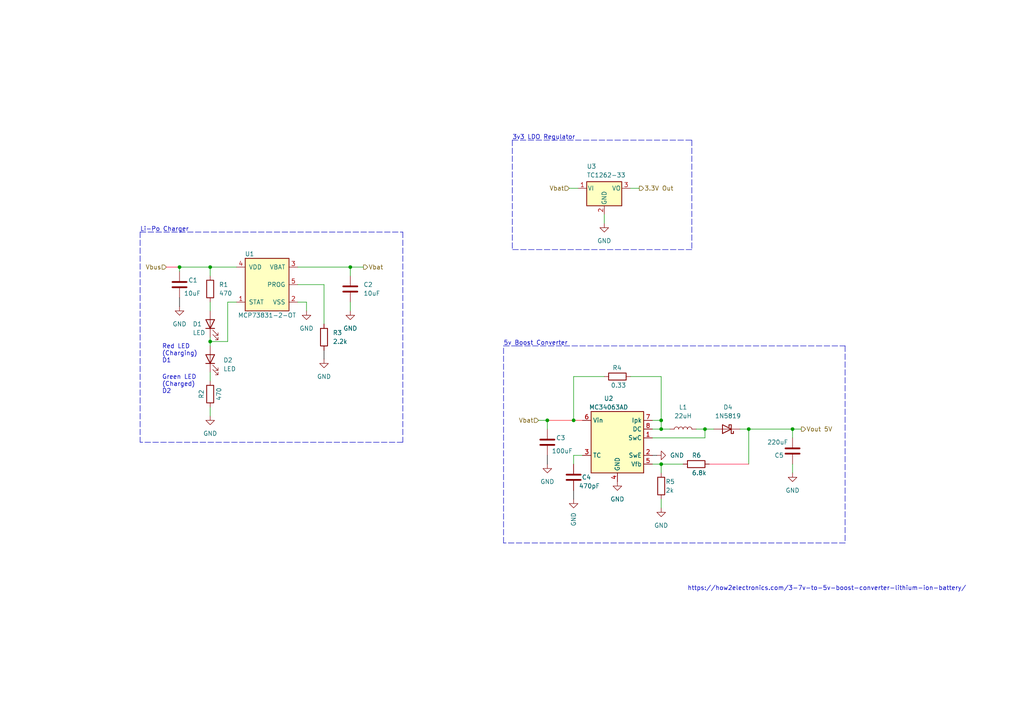
<source format=kicad_sch>
(kicad_sch (version 20211123) (generator eeschema)
  (paper "A4")
  (lib_symbols
    (symbol "Battery_Management:MCP73831-2-OT" (pin_names (offset 1.016))
      (property "Reference" "U1" (at 1.27 19.05 0))
      (property "Value" "MCP73831-2-OT" (at 8.89 16.51 0))
      (symbol "MCP73831-2-OT_0_1"
        (rectangle (start 0 15.24) (end 12.7 0) (stroke (width 0.254)) (fill (type background)))
      )
      (symbol "MCP73831-2-OT_1_1"
        (pin output line (at -2.54 2.54 0) (length 2.54) (name "STAT") (number "1"))
        (pin power_in line (at 15.24 2.54 180) (length 2.54) (name "VSS") (number "2"))
        (pin power_out line (at 15.24 12.7 180) (length 2.54) (name "VBAT") (number "3"))
        (pin power_in line (at -2.54 12.7 0) (length 2.54) (name "VDD") (number "4"))
        (pin input line (at 15.24 7.62 180) (length 2.54) (name "PROG") (number "5"))
      )
    )
    (symbol "Device:C" (pin_numbers hide) (pin_names (offset 0.254))
      (property "Reference" "C" (at 0.635 2.54 0))
      (property "Value" "C" (at 0.635 -2.54 0))
      (symbol "C_0_1"
        (polyline (pts (xy -2.032 -0.762) (xy 2.032 -0.762)) (stroke (width 0.508)))
        (polyline (pts (xy -2.032 0.762) (xy 2.032 0.762)) (stroke (width 0.508)))
      )
      (symbol "C_1_1"
        (pin passive line (at 0 3.81 270) (length 2.794) (name "~") (number "1"))
        (pin passive line (at 0 -3.81 90) (length 2.794) (name "~") (number "2"))
      )
    )
    (symbol "Device:L" (pin_numbers hide) (pin_names (offset 1.016) hide)
      (property "Reference" "L" (at -1.27 0 90))
      (property "Value" "L" (at 1.905 0 90))
      (symbol "L_0_1"
        (arc (start 0 -2.54) (mid 0.635 -1.905) (end 0 -1.27))
        (arc (start 0 -1.27) (mid 0.635 -0.635) (end 0 0))
        (arc (start 0 0) (mid 0.635 0.635) (end 0 1.27))
        (arc (start 0 1.27) (mid 0.635 1.905) (end 0 2.54))
      )
      (symbol "L_1_1"
        (pin passive line (at 0 3.81 270) (length 1.27) (name "1") (number "1"))
        (pin passive line (at 0 -3.81 90) (length 1.27) (name "2") (number "2"))
      )
    )
    (symbol "Device:LED" (pin_numbers hide) (pin_names (offset 1.016) hide)
      (property "Reference" "D" (at 0 2.54 0))
      (property "Value" "LED" (at 0 -2.54 0))
      (symbol "LED_0_1"
        (polyline (pts (xy -1.27 -1.27) (xy -1.27 1.27)) (stroke (width 0.254)))
        (polyline (pts (xy -1.27 0) (xy 1.27 0)))
        (polyline (pts (xy 1.27 -1.27) (xy 1.27 1.27) (xy -1.27 0) (xy 1.27 -1.27)) (stroke (width 0.254)))
        (polyline (pts (xy -3.048 -0.762) (xy -4.572 -2.286) (xy -3.81 -2.286) (xy -4.572 -2.286) (xy -4.572 -1.524)))
        (polyline (pts (xy -1.778 -0.762) (xy -3.302 -2.286) (xy -2.54 -2.286) (xy -3.302 -2.286) (xy -3.302 -1.524)))
      )
      (symbol "LED_1_1"
        (pin passive line (at -3.81 0 0) (length 2.54) (name "K") (number "1"))
        (pin passive line (at 3.81 0 180) (length 2.54) (name "A") (number "2"))
      )
    )
    (symbol "Device:R" (pin_numbers hide) (pin_names (offset 0))
      (property "Reference" "R" (at 2.032 0 90))
      (property "Value" "R" (at 0 0 90))
      (symbol "R_0_1"
        (rectangle (start -1.016 -2.54) (end 1.016 2.54) (stroke (width 0.254)))
      )
      (symbol "R_1_1"
        (pin passive line (at 0 3.81 270) (length 1.27) (name "~") (number "1"))
        (pin passive line (at 0 -3.81 90) (length 1.27) (name "~") (number "2"))
      )
    )
    (symbol "Diode:1N5819" (pin_numbers hide) (pin_names (offset 1.016) hide)
      (property "Reference" "D" (at 0 2.54 0))
      (property "Value" "1N5819" (at 0 -2.54 0))
      (symbol "1N5819_0_1"
        (polyline (pts (xy 1.27 0) (xy -1.27 0)))
        (polyline (pts (xy 1.27 1.27) (xy 1.27 -1.27) (xy -1.27 0) (xy 1.27 1.27)) (stroke (width 0.254)))
        (polyline (pts (xy -1.905 0.635) (xy -1.905 1.27) (xy -1.27 1.27) (xy -1.27 -1.27) (xy -0.635 -1.27) (xy -0.635 -0.635)) (stroke (width 0.254)))
      )
      (symbol "1N5819_1_1"
        (pin passive line (at -3.81 0 0) (length 2.54) (name "K") (number "1"))
        (pin passive line (at 3.81 0 180) (length 2.54) (name "A") (number "2"))
      )
    )
    (symbol "Regulator_Linear:TC1262-33" (pin_names (offset 0.254))
      (property "Reference" "U" (at -3.81 3.175 0))
      (property "Value" "TC1262-33" (at 0 3.175 0))
      (symbol "TC1262-33_1_1"
        (rectangle (start -5.08 1.905) (end 5.08 -5.08) (stroke (width 0.254)) (fill (type background)))
        (pin power_in line (at -7.62 0 0) (length 2.54) (name "VI") (number "1"))
        (pin power_in line (at 0 -7.62 90) (length 2.54) (name "GND") (number "2"))
        (pin power_out line (at 7.62 0 180) (length 2.54) (name "VO") (number "3"))
      )
    )
    (symbol "Regulator_Switching:MC34063AD"
      (property "Reference" "U" (at -7.62 8.89 0))
      (property "Value" "MC34063AD" (at 0 8.89 0))
      (symbol "MC34063AD_0_1"
        (rectangle (start -7.62 7.62) (end 7.62 -10.16) (stroke (width 0.254)) (fill (type background)))
      )
      (symbol "MC34063AD_1_1"
        (pin open_collector line (at 10.16 0 180) (length 2.54) (name "SwC") (number "1"))
        (pin open_emitter line (at 10.16 -5.08 180) (length 2.54) (name "SwE") (number "2"))
        (pin passive line (at -10.16 -5.08 0) (length 2.54) (name "TC") (number "3"))
        (pin power_in line (at 0 -12.7 90) (length 2.54) (name "GND") (number "4"))
        (pin input line (at 10.16 -7.62 180) (length 2.54) (name "Vfb") (number "5"))
        (pin power_in line (at -10.16 5.08 0) (length 2.54) (name "Vin") (number "6"))
        (pin input line (at 10.16 5.08 180) (length 2.54) (name "Ipk") (number "7"))
        (pin open_collector line (at 10.16 2.54 180) (length 2.54) (name "DC") (number "8"))
      )
    )
    (symbol "power:GND" (power) (pin_names (offset 0))
      (property "Value" "GND" (at 0 -3.81 0))
      (symbol "GND_0_1"
        (polyline (pts (xy 0 0) (xy 0 -1.27) (xy 1.27 -1.27) (xy 0 -2.54) (xy -1.27 -1.27) (xy 0 -1.27)))
      )
      (symbol "GND_1_1"
        (pin power_in line (at 0 0 270) (length 0) hide (name "GND") (number "1"))
      )
    )
  )
  (junction (at 60.96 77.47))
  (junction (at 158.75 121.92))
  (junction (at 191.77 124.46))
  (junction (at 101.6 77.47))
  (junction (at 191.77 121.92))
  (junction (at 217.17 124.46))
  (junction (at 204.47 124.46))
  (junction (at 191.77 134.62))
  (junction (at 166.37 121.92))
  (junction (at 60.96 99.06))
  (junction (at 229.87 124.46))
  (junction (at 52.07 77.47))
  (polyline (pts (xy 148.59 40.64) (xy 200.66 40.64)))
  (wire (pts (xy 217.17 124.46) (xy 229.87 124.46)))
  (wire (pts (xy 158.75 121.92) (xy 166.37 121.92)) (stroke (width 0) (color 255 26 33 1)))
  (wire (pts (xy 60.96 77.47) (xy 68.58 77.47)))
  (wire (pts (xy 165.1 54.61) (xy 167.64 54.61)))
  (wire (pts (xy 68.58 87.63) (xy 66.04 87.63)))
  (wire (pts (xy 86.36 87.63) (xy 88.9 87.63)))
  (wire (pts (xy 88.9 87.63) (xy 88.9 90.17)))
  (wire (pts (xy 191.77 134.62) (xy 198.12 134.62)))
  (wire (pts (xy 185.42 54.61) (xy 182.88 54.61)))
  (wire (pts (xy 201.93 124.46) (xy 204.47 124.46)))
  (wire (pts (xy 60.96 97.79) (xy 60.96 99.06)))
  (polyline (pts (xy 146.05 157.48) (xy 146.05 100.33)))
  (wire (pts (xy 189.23 132.08) (xy 190.5 132.08)) (stroke (width 0) (color 0 0 0 1)))
  (polyline (pts (xy 116.84 67.31) (xy 116.84 128.27)))
  (wire (pts (xy 60.96 120.65) (xy 60.96 118.11)))
  (wire (pts (xy 156.21 121.92) (xy 158.75 121.92)))
  (wire (pts (xy 191.77 109.22) (xy 182.88 109.22)))
  (wire (pts (xy 191.77 124.46) (xy 194.31 124.46)))
  (wire (pts (xy 232.41 124.46) (xy 229.87 124.46)))
  (wire (pts (xy 191.77 124.46) (xy 191.77 121.92)))
  (wire (pts (xy 204.47 124.46) (xy 207.01 124.46)))
  (wire (pts (xy 168.91 132.08) (xy 166.37 132.08)))
  (polyline (pts (xy 40.64 67.31) (xy 116.84 67.31)))
  (wire (pts (xy 101.6 77.47) (xy 105.41 77.47)))
  (wire (pts (xy 166.37 109.22) (xy 166.37 121.92)))
  (wire (pts (xy 101.6 90.17) (xy 101.6 87.63)))
  (wire (pts (xy 229.87 124.46) (xy 229.87 127)))
  (wire (pts (xy 60.96 87.63) (xy 60.96 90.17)))
  (wire (pts (xy 60.96 99.06) (xy 66.04 99.06)))
  (polyline (pts (xy 200.66 72.39) (xy 148.59 72.39)))
  (wire (pts (xy 191.77 134.62) (xy 189.23 134.62)))
  (wire (pts (xy 166.37 109.22) (xy 175.26 109.22)))
  (wire (pts (xy 166.37 132.08) (xy 166.37 134.62)))
  (wire (pts (xy 189.23 124.46) (xy 191.77 124.46)))
  (wire (pts (xy 60.96 77.47) (xy 60.96 80.01)))
  (wire (pts (xy 166.37 121.92) (xy 168.91 121.92)) (stroke (width 0) (color 255 26 33 1)))
  (wire (pts (xy 229.87 134.62) (xy 229.87 137.16)))
  (wire (pts (xy 189.23 127) (xy 204.47 127)))
  (wire (pts (xy 191.77 147.32) (xy 191.77 144.78)))
  (wire (pts (xy 93.98 82.55) (xy 93.98 93.98)))
  (wire (pts (xy 166.37 144.78) (xy 166.37 142.24)) (stroke (width 0) (color 0 0 0 1)))
  (polyline (pts (xy 149.86 100.33) (xy 245.11 100.33)))
  (wire (pts (xy 217.17 134.62) (xy 217.17 124.46)))
  (polyline (pts (xy 40.64 67.31) (xy 40.64 128.27)))
  (wire (pts (xy 66.04 87.63) (xy 66.04 99.06)))
  (wire (pts (xy 217.17 124.46) (xy 214.63 124.46)))
  (polyline (pts (xy 245.11 100.33) (xy 245.11 157.48)))
  (wire (pts (xy 205.74 134.62) (xy 217.17 134.62)) (stroke (width 0) (color 255 21 68 1)))
  (wire (pts (xy 60.96 99.06) (xy 60.96 100.33)))
  (wire (pts (xy 52.07 78.74) (xy 52.07 77.47)))
  (wire (pts (xy 158.75 132.08) (xy 158.75 134.62)) (stroke (width 0) (color 0 0 0 1)))
  (wire (pts (xy 52.07 77.47) (xy 60.96 77.47)))
  (wire (pts (xy 158.75 124.46) (xy 158.75 121.92)))
  (wire (pts (xy 189.23 121.92) (xy 191.77 121.92)))
  (wire (pts (xy 48.26 77.47) (xy 52.07 77.47)) (stroke (width 0) (color 255 0 52 1)))
  (wire (pts (xy 86.36 82.55) (xy 93.98 82.55)))
  (polyline (pts (xy 116.84 128.27) (xy 40.64 128.27)))
  (polyline (pts (xy 148.59 40.64) (xy 148.59 72.39)))
  (wire (pts (xy 175.26 64.77) (xy 175.26 62.23)))
  (wire (pts (xy 101.6 77.47) (xy 101.6 80.01)))
  (wire (pts (xy 93.98 101.6) (xy 93.98 104.14)) (stroke (width 0) (color 0 0 0 1)))
  (wire (pts (xy 191.77 137.16) (xy 191.77 134.62)))
  (wire (pts (xy 191.77 109.22) (xy 191.77 121.92)))
  (wire (pts (xy 52.07 86.36) (xy 52.07 88.9)) (stroke (width 0) (color 0 0 0 1)))
  (polyline (pts (xy 245.11 157.48) (xy 146.05 157.48)))
  (wire (pts (xy 86.36 77.47) (xy 101.6 77.47)))
  (wire (pts (xy 60.96 110.49) (xy 60.96 107.95)))
  (polyline (pts (xy 200.66 40.64) (xy 200.66 72.39)))
  (polyline (pts (xy 146.05 100.33) (xy 149.86 100.33)))
  (wire (pts (xy 204.47 127) (xy 204.47 124.46)))
  (text "Green LED\n(Charged)\nD2" (at 46.99 114.3 0) (effects (font (size 1.27 1.27)) (justify left bottom)))
  (text "https://how2electronics.com/3-7v-to-5v-boost-converter-lithium-ion-battery/" (at 199.39 171.45 0) (effects (font (size 1.27 1.27)) (justify left bottom)))
  (text "3v3 LDO Regulator\n" (at 148.59 40.64 0) (effects (font (size 1.27 1.27)) (justify left bottom)))
  (text "Red LED\n(Charging)\nD1" (at 46.99 105.41 0) (effects (font (size 1.27 1.27)) (justify left bottom)))
  (text "5v Boost Converter\n" (at 146.05 100.33 0) (effects (font (size 1.27 1.27)) (justify left bottom)))
  (text "Li-Po Charger" (at 40.64 67.31 0) (effects (font (size 1.27 1.27)) (justify left bottom)))
  (hierarchical_label "Vbat" (shape input) (at 156.21 121.92 180))
  (hierarchical_label "Vbat" (shape input) (at 165.1 54.61 180))
  (hierarchical_label "Vout 5V" (shape output) (at 232.41 124.46 0))
  (hierarchical_label "Vbus" (shape input) (at 48.26 77.47 180))
  (hierarchical_label "Vbat" (shape output) (at 105.41 77.47 0))
  (hierarchical_label "3.3V Out" (shape output) (at 185.42 54.61 0))
  (symbol (lib_id "power:GND") (at 60.96 120.65 0) (unit 1)
    (property "Reference" "#PWR02" (effects hide))
    (property "Value" "GND" (at 60.96 125.73 0))
  )
  (symbol (lib_id "Device:C") (at 101.6 83.82 0) (unit 1)
    (property "Reference" "C2" (at 105.41 82.5499 0) (effects (justify left)))
    (property "Value" "10uF" (at 105.41 85.0899 0) (effects (justify left)))
    (property "Footprint" "Capacitor_SMD:C_0603_1608Metric" (effects hide))
    (property "Digi-key" "445-181284-1-ND" (effects hide))
  )
  (symbol (lib_id "power:GND") (at 229.87 137.16 0) (unit 1)
    (property "Reference" "#PWR033" (effects hide))
    (property "Value" "GND" (at 229.87 142.24 0))
  )
  (symbol (lib_id "Device:C") (at 229.87 130.81 180) (unit 1) (in_bom no) (on_board no)
    (property "Reference" "C5" (at 227.33 132.08 0) (effects (justify left)))
    (property "Value" "220uF" (at 228.6 128.27 0) (effects (justify left)))
    (property "Footprint" "Capacitor_SMD:C_0603_1608Metric" (effects hide))
    (property "Digi-key" "490-GRM31CR60E227ME11KCT-ND" (effects hide))
  )
  (symbol (lib_id "Diode:1N5819") (at 210.82 124.46 180) (unit 1) (in_bom no) (on_board no)
    (property "Reference" "D4" (at 211.1375 118.11 0))
    (property "Value" "1N5819" (at 211.1375 120.65 0))
    (property "Footprint" "Diode_THT:D_DO-41_SOD81_P10.16mm_Horizontal" (effects hide))
    (property "Datasheet" "http://www.vishay.com/docs/88525/1n5817.pdf" (effects hide))
    (property "Digi-key" "497-6610-1-ND" (effects hide))
  )
  (symbol (lib_id "Device:C") (at 52.07 82.55 0) (unit 1)
    (property "Reference" "C1" (at 54.61 81.28 0) (effects (justify left)))
    (property "Value" "10uF" (at 53.34 85.09 0) (effects (justify left)))
    (property "Footprint" "Capacitor_SMD:C_0603_1608Metric" (effects hide))
    (property "Digi-key" "445-181284-1-ND" (effects hide))
  )
  (symbol (lib_id "power:GND") (at 158.75 134.62 0) (unit 1)
    (property "Reference" "#PWR027" (effects hide))
    (property "Value" "GND" (at 158.75 139.7 0))
  )
  (symbol (lib_id "Device:R") (at 191.77 140.97 0) (unit 1) (in_bom no) (on_board no)
    (property "Reference" "R5" (at 193.04 139.7 0) (effects (justify left)))
    (property "Value" "2k" (at 193.04 142.24 0) (effects (justify left)))
    (property "Footprint" "Resistor_SMD:R_0603_1608Metric" (effects hide))
    (property "Digi-key" "RSMF1JT2K00CT-ND" (effects hide))
  )
  (symbol (lib_id "Device:R") (at 179.07 109.22 90) (unit 1) (in_bom no) (on_board no)
    (property "Reference" "R4" (at 180.34 106.68 90) (effects (justify left)))
    (property "Value" "0.33" (at 181.61 111.76 90) (effects (justify left)))
    (property "Footprint" "Resistor_SMD:R_0603_1608Metric" (effects hide))
    (property "Digi-key" "A138069CT-ND" (effects hide))
  )
  (symbol (lib_id "Device:R") (at 93.98 97.79 0) (unit 1)
    (property "Reference" "R3" (at 96.52 96.5199 0) (effects (justify left)))
    (property "Value" "2.2k" (at 96.52 99.06 0) (effects (justify left)))
    (property "Footprint" "Resistor_SMD:R_0603_1608Metric" (effects hide))
    (property "Digi-key" "A105894CT-ND" (effects hide))
  )
  (symbol (lib_id "Regulator_Switching:MC34063AD") (at 179.07 127 0) (unit 1) (in_bom no) (on_board no)
    (property "Reference" "U2" (at 176.53 115.57 0))
    (property "Value" "MC34063AD" (at 176.53 118.11 0))
    (property "Footprint" "Package_SO:SOIC-8_3.9x4.9mm_P1.27mm" (effects hide))
    (property "Datasheet" "http://www.onsemi.com/pub_link/Collateral/MC34063A-D.PDF" (effects hide))
    (property "Digi-key" "497-7852-1-ND" (effects hide))
  )
  (symbol (lib_id "power:GND") (at 166.37 144.78 0) (unit 1)
    (property "Reference" "#PWR05" (effects hide))
    (property "Value" "GND" (at 166.3699 148.59 90) (effects (justify right)))
  )
  (symbol (lib_id "Device:R") (at 60.96 83.82 0) (unit 1)
    (property "Reference" "R1" (at 63.5 82.5499 0) (effects (justify left)))
    (property "Value" "470" (at 63.5 85.0899 0) (effects (justify left)))
    (property "Footprint" "Resistor_SMD:R_0603_1608Metric" (effects hide))
    (property "Digi-key" "A106019CT-ND" (effects hide))
  )
  (symbol (lib_id "Device:C") (at 166.37 138.43 180) (unit 1) (in_bom no) (on_board no)
    (property "Reference" "C4" (at 171.45 138.43 0) (effects (justify left)))
    (property "Value" "470pF" (at 173.99 140.97 0) (effects (justify left)))
    (property "Footprint" "Capacitor_SMD:C_0603_1608Metric" (effects hide))
    (property "Digi-key" "56-K471K15X7RH5TH5CT-ND" (effects hide))
  )
  (symbol (lib_id "Device:R") (at 60.96 114.3 180) (unit 1)
    (property "Reference" "R2" (at 58.42 114.3 90))
    (property "Value" "470" (at 63.5 114.3 90))
    (property "Footprint" "Resistor_SMD:R_0603_1608Metric" (effects hide))
    (property "Digi-key" "A106019CT-ND" (effects hide))
  )
  (symbol (lib_id "power:GND") (at 93.98 104.14 0) (unit 1)
    (property "Reference" "#PWR03" (effects hide))
    (property "Value" "GND" (at 93.98 109.22 0))
  )
  (symbol (lib_id "Device:LED") (at 60.96 93.98 90) (unit 1)
    (property "Reference" "D1" (at 55.88 93.98 90) (effects (justify right)))
    (property "Value" "LED " (at 55.88 96.52 90) (effects (justify right)))
    (property "Footprint" "LED_SMD:LED_0603_1608Metric" (effects hide))
    (property "Digi-key" "754-1891-ND" (effects hide))
  )
  (symbol (lib_id "power:GND") (at 179.07 139.7 0) (unit 1)
    (property "Reference" "#PWR06" (effects hide))
    (property "Value" "GND" (at 179.07 144.78 0))
  )
  (symbol (lib_id "power:GND") (at 175.26 64.77 0) (unit 1)
    (property "Reference" "#PWR028" (effects hide))
    (property "Value" "GND" (at 175.26 69.85 0))
  )
  (symbol (lib_id "Device:L") (at 198.12 124.46 90) (unit 1) (in_bom no) (on_board no)
    (property "Reference" "L1" (at 198.12 118.11 90))
    (property "Value" "22uH" (at 198.12 120.65 90))
    (property "Footprint" "Inductor_SMD:L_0603_1608Metric" (effects hide))
    (property "Datasheet" "https://www.digikey.com/en/products/filter/fixed-inductors/71?s=N4IgTCBcDa5grgCRAXQL5A" (effects hide))
    (property "Digi-key" "553-AWVS00505020220M00CT-ND" (effects hide))
  )
  (symbol (lib_id "Device:C") (at 158.75 128.27 0) (unit 1) (in_bom no) (on_board no)
    (property "Reference" "C3" (at 161.29 127 0) (effects (justify left)))
    (property "Value" "100uF" (at 160.02 130.81 0) (effects (justify left)))
    (property "Footprint" "Capacitor_SMD:C_0603_1608Metric" (effects hide))
    (property "Digi-key" "490-GRM31CE70G107MEA8LCT-ND" (effects hide))
  )
  (symbol (lib_id "power:GND") (at 101.6 90.17 0) (unit 1)
    (property "Reference" "#PWR026" (effects hide))
    (property "Value" "GND" (at 101.6 95.25 0))
  )
  (symbol (lib_id "Device:R") (at 201.93 134.62 270) (unit 1) (in_bom no) (on_board no)
    (property "Reference" "R6" (at 200.66 132.08 90) (effects (justify left)))
    (property "Value" "6.8k" (at 200.66 137.16 90) (effects (justify left)))
    (property "Footprint" "Resistor_SMD:R_0603_1608Metric" (effects hide))
    (property "Digi-key" "A131485CT-ND" (effects hide))
  )
  (symbol (lib_id "Regulator_Linear:TC1262-33") (at 175.26 54.61 0) (unit 1)
    (property "Reference" "U3" (at 170.18 48.26 0) (effects (justify left)))
    (property "Value" "TC1262-33" (at 170.18 50.8 0) (effects (justify left)))
    (property "Footprint" "Package_TO_SOT_SMD:SOT-223" (effects hide))
    (property "Datasheet" "http://ww1.microchip.com/downloads/en/DeviceDoc/21373C.pdf" (effects hide))
    (property "Digi-key" "TC1262-3.3VAB-ND" (effects hide))
  )
  (symbol (lib_id "Device:LED") (at 60.96 104.14 90) (unit 1)
    (property "Reference" "D2" (at 64.77 104.4574 90) (effects (justify right)))
    (property "Value" "LED" (at 64.77 106.9974 90) (effects (justify right)))
    (property "Footprint" "LED_SMD:LED_0603_1608Metric" (effects hide))
    (property "Digi-key" "754-1721-ND" (effects hide))
  )
  (symbol (lib_id "power:GND") (at 52.07 88.9 0) (unit 1)
    (property "Reference" "#PWR0101" (effects hide))
    (property "Value" "GND" (at 52.07 93.98 0))
  )
  (symbol (lib_id "power:GND") (at 88.9 90.17 0) (unit 1)
    (property "Reference" "#PWR024" (effects hide))
    (property "Value" "GND" (at 88.9 95.25 0))
  )
  (symbol (lib_id "Battery_Management:MCP73831-2-OT") (at 71.12 90.17 0) (unit 1)
    (property "Reference" "U1" (at 72.39 73.66 0))
    (property "Value" "MCP73831-2-OT" (at 77.47 91.44 0))
    (property "Footprint" "Package_TO_SOT_SMD:SOT-23-5" (effects hide))
    (property "Datasheet" "http://ww1.microchip.com/downloads/en/DeviceDoc/20001984g.pdf" (effects hide))
    (property "Digi-key" "MCP73831T-2DCI/OTCT-ND" (effects hide))
  )
  (symbol (lib_id "power:GND") (at 191.77 147.32 0) (unit 1)
    (property "Reference" "#PWR08" (effects hide))
    (property "Value" "GND" (at 191.77 152.4 0))
  )
  (symbol (lib_id "power:GND") (at 190.5 132.08 90) (unit 1)
    (property "Reference" "#PWR07" (effects hide))
    (property "Value" "GND" (at 194.31 132.08 90) (effects (justify right)))
  )
)
</source>
